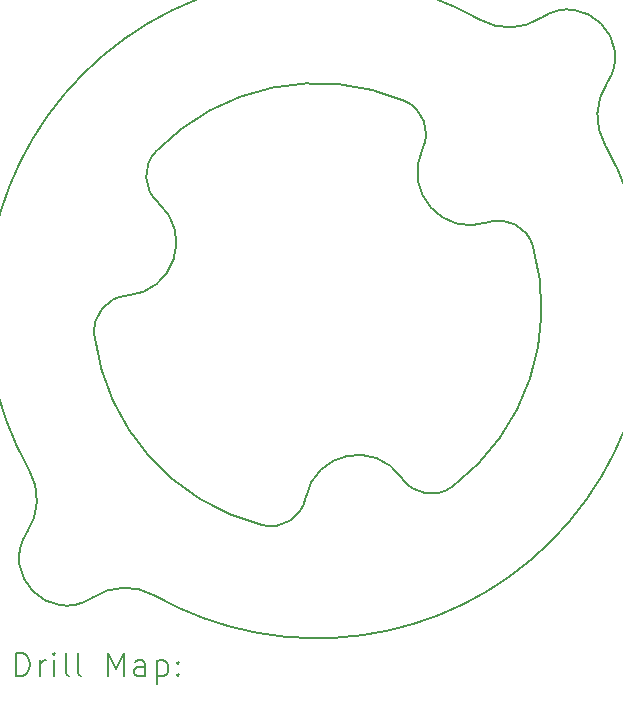
<source format=gbr>
%TF.GenerationSoftware,KiCad,Pcbnew,7.0.7*%
%TF.CreationDate,2023-12-27T16:52:28+01:00*%
%TF.ProjectId,Roborock-CPAP,526f626f-726f-4636-9b2d-435041502e6b,rev?*%
%TF.SameCoordinates,Original*%
%TF.FileFunction,Drillmap*%
%TF.FilePolarity,Positive*%
%FSLAX45Y45*%
G04 Gerber Fmt 4.5, Leading zero omitted, Abs format (unit mm)*
G04 Created by KiCad (PCBNEW 7.0.7) date 2023-12-27 16:52:28*
%MOMM*%
%LPD*%
G01*
G04 APERTURE LIST*
%ADD10C,0.200000*%
G04 APERTURE END LIST*
D10*
X14940784Y-11347419D02*
G75*
G03*
X15308351Y-11114863I73296J290909D01*
G01*
X16297546Y-8161733D02*
G75*
G03*
X16847507Y-8783769I405064J-196007D01*
G01*
X16144208Y-7754694D02*
G75*
G03*
X14041527Y-8181768I-739208J-1750306D01*
G01*
X12949982Y-11405760D02*
G75*
G03*
X12968034Y-10883840I-417122J275700D01*
G01*
X17860018Y-7604240D02*
G75*
G03*
X17841966Y-8126160I417122J-275700D01*
G01*
X12949983Y-11405761D02*
G75*
G03*
X13504239Y-11960017I333697J-220559D01*
G01*
X14041528Y-8181769D02*
G75*
G03*
X14059142Y-8616368I215282J-208931D01*
G01*
X14026160Y-11941966D02*
G75*
G03*
X17841966Y-8126160I1378840J2436966D01*
G01*
X16783839Y-7068036D02*
G75*
G03*
X17305761Y-7049983I246221J435176D01*
G01*
X17860017Y-7604239D02*
G75*
G03*
X17305761Y-7049983I-333697J220559D01*
G01*
X13795425Y-9403681D02*
G75*
G03*
X13519587Y-9739980I21855J-299199D01*
G01*
X17232693Y-8985813D02*
G75*
G03*
X16847507Y-8783769I-288583J-81977D01*
G01*
X16783840Y-7068035D02*
G75*
G03*
X12968035Y-10883840I-1378840J-2436965D01*
G01*
X16122044Y-10949592D02*
G75*
G03*
X15308351Y-11114863I-372284J-252798D01*
G01*
X16297539Y-8161730D02*
G75*
G03*
X16144208Y-7754694I-270049J130670D01*
G01*
X16551205Y-11020326D02*
G75*
G03*
X17232689Y-8985814I-1146206J1515326D01*
G01*
X14026161Y-11941964D02*
G75*
G03*
X13504239Y-11960017I-246221J-435176D01*
G01*
X13519586Y-9739980D02*
G75*
G03*
X14940784Y-11347418I1885414J234980D01*
G01*
X16122042Y-10949593D02*
G75*
G03*
X16551205Y-11020326I248188J168533D01*
G01*
X13795424Y-9403671D02*
G75*
G03*
X14059142Y-8616368I-32784J448801D01*
G01*
X12855777Y-12626484D02*
X12855777Y-12426484D01*
X12855777Y-12426484D02*
X12903396Y-12426484D01*
X12903396Y-12426484D02*
X12931967Y-12436008D01*
X12931967Y-12436008D02*
X12951015Y-12455055D01*
X12951015Y-12455055D02*
X12960539Y-12474103D01*
X12960539Y-12474103D02*
X12970062Y-12512198D01*
X12970062Y-12512198D02*
X12970062Y-12540770D01*
X12970062Y-12540770D02*
X12960539Y-12578865D01*
X12960539Y-12578865D02*
X12951015Y-12597912D01*
X12951015Y-12597912D02*
X12931967Y-12616960D01*
X12931967Y-12616960D02*
X12903396Y-12626484D01*
X12903396Y-12626484D02*
X12855777Y-12626484D01*
X13055777Y-12626484D02*
X13055777Y-12493150D01*
X13055777Y-12531246D02*
X13065301Y-12512198D01*
X13065301Y-12512198D02*
X13074824Y-12502674D01*
X13074824Y-12502674D02*
X13093872Y-12493150D01*
X13093872Y-12493150D02*
X13112920Y-12493150D01*
X13179586Y-12626484D02*
X13179586Y-12493150D01*
X13179586Y-12426484D02*
X13170062Y-12436008D01*
X13170062Y-12436008D02*
X13179586Y-12445531D01*
X13179586Y-12445531D02*
X13189110Y-12436008D01*
X13189110Y-12436008D02*
X13179586Y-12426484D01*
X13179586Y-12426484D02*
X13179586Y-12445531D01*
X13303396Y-12626484D02*
X13284348Y-12616960D01*
X13284348Y-12616960D02*
X13274824Y-12597912D01*
X13274824Y-12597912D02*
X13274824Y-12426484D01*
X13408158Y-12626484D02*
X13389110Y-12616960D01*
X13389110Y-12616960D02*
X13379586Y-12597912D01*
X13379586Y-12597912D02*
X13379586Y-12426484D01*
X13636729Y-12626484D02*
X13636729Y-12426484D01*
X13636729Y-12426484D02*
X13703396Y-12569341D01*
X13703396Y-12569341D02*
X13770062Y-12426484D01*
X13770062Y-12426484D02*
X13770062Y-12626484D01*
X13951015Y-12626484D02*
X13951015Y-12521722D01*
X13951015Y-12521722D02*
X13941491Y-12502674D01*
X13941491Y-12502674D02*
X13922443Y-12493150D01*
X13922443Y-12493150D02*
X13884348Y-12493150D01*
X13884348Y-12493150D02*
X13865301Y-12502674D01*
X13951015Y-12616960D02*
X13931967Y-12626484D01*
X13931967Y-12626484D02*
X13884348Y-12626484D01*
X13884348Y-12626484D02*
X13865301Y-12616960D01*
X13865301Y-12616960D02*
X13855777Y-12597912D01*
X13855777Y-12597912D02*
X13855777Y-12578865D01*
X13855777Y-12578865D02*
X13865301Y-12559817D01*
X13865301Y-12559817D02*
X13884348Y-12550293D01*
X13884348Y-12550293D02*
X13931967Y-12550293D01*
X13931967Y-12550293D02*
X13951015Y-12540770D01*
X14046253Y-12493150D02*
X14046253Y-12693150D01*
X14046253Y-12502674D02*
X14065301Y-12493150D01*
X14065301Y-12493150D02*
X14103396Y-12493150D01*
X14103396Y-12493150D02*
X14122443Y-12502674D01*
X14122443Y-12502674D02*
X14131967Y-12512198D01*
X14131967Y-12512198D02*
X14141491Y-12531246D01*
X14141491Y-12531246D02*
X14141491Y-12588389D01*
X14141491Y-12588389D02*
X14131967Y-12607436D01*
X14131967Y-12607436D02*
X14122443Y-12616960D01*
X14122443Y-12616960D02*
X14103396Y-12626484D01*
X14103396Y-12626484D02*
X14065301Y-12626484D01*
X14065301Y-12626484D02*
X14046253Y-12616960D01*
X14227205Y-12607436D02*
X14236729Y-12616960D01*
X14236729Y-12616960D02*
X14227205Y-12626484D01*
X14227205Y-12626484D02*
X14217682Y-12616960D01*
X14217682Y-12616960D02*
X14227205Y-12607436D01*
X14227205Y-12607436D02*
X14227205Y-12626484D01*
X14227205Y-12502674D02*
X14236729Y-12512198D01*
X14236729Y-12512198D02*
X14227205Y-12521722D01*
X14227205Y-12521722D02*
X14217682Y-12512198D01*
X14217682Y-12512198D02*
X14227205Y-12502674D01*
X14227205Y-12502674D02*
X14227205Y-12521722D01*
M02*

</source>
